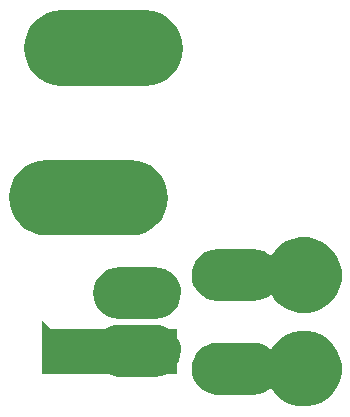
<source format=gts>
G04 #@! TF.FileFunction,Soldermask,Top*
%FSLAX46Y46*%
G04 Gerber Fmt 4.6, Leading zero omitted, Abs format (unit mm)*
G04 Created by KiCad (PCBNEW 4.0.7) date 04/08/19 10:03:47*
%MOMM*%
%LPD*%
G01*
G04 APERTURE LIST*
%ADD10C,0.100000*%
G04 APERTURE END LIST*
D10*
G36*
X220477910Y-85371926D02*
X221092645Y-85498113D01*
X221671164Y-85741301D01*
X222191433Y-86092225D01*
X222633625Y-86537515D01*
X222980909Y-87060220D01*
X223220051Y-87640422D01*
X223341771Y-88255155D01*
X223341771Y-88255184D01*
X223341937Y-88256024D01*
X223331928Y-88972807D01*
X223331738Y-88973642D01*
X223331738Y-88973666D01*
X223192899Y-89584769D01*
X222937651Y-90158064D01*
X222575909Y-90670866D01*
X222121451Y-91103640D01*
X221591591Y-91439901D01*
X221006511Y-91666838D01*
X220388491Y-91775811D01*
X219761071Y-91762669D01*
X219148159Y-91627912D01*
X218573094Y-91376671D01*
X218057778Y-91018518D01*
X217621842Y-90567092D01*
X217443194Y-90289884D01*
X217420170Y-90263292D01*
X217390649Y-90244168D01*
X217356969Y-90234026D01*
X217321797Y-90233668D01*
X217287917Y-90243123D01*
X217260472Y-90259902D01*
X217085964Y-90402227D01*
X216706858Y-90603801D01*
X216295819Y-90727901D01*
X215868503Y-90769800D01*
X212832537Y-90769800D01*
X212807054Y-90769622D01*
X212807048Y-90769621D01*
X212801980Y-90769586D01*
X212375291Y-90721725D01*
X211966025Y-90591898D01*
X211589770Y-90385050D01*
X211260857Y-90109059D01*
X210991816Y-89774439D01*
X210792893Y-89393935D01*
X210671665Y-88982039D01*
X210671658Y-88981960D01*
X210671649Y-88981930D01*
X210632745Y-88554442D01*
X210677614Y-88127551D01*
X210677620Y-88127531D01*
X210677631Y-88127429D01*
X210804598Y-87717266D01*
X211008814Y-87339576D01*
X211282502Y-87008744D01*
X211615236Y-86737373D01*
X211994342Y-86535799D01*
X212405381Y-86411699D01*
X212832697Y-86369800D01*
X215868663Y-86369800D01*
X215894146Y-86369978D01*
X215894152Y-86369979D01*
X215899220Y-86370014D01*
X216325909Y-86417875D01*
X216735175Y-86547702D01*
X217111430Y-86754550D01*
X217257747Y-86877324D01*
X217286350Y-86895137D01*
X217320206Y-86904676D01*
X217355379Y-86904406D01*
X217389084Y-86894347D01*
X217418653Y-86875296D01*
X217439980Y-86851409D01*
X217678592Y-86502924D01*
X218126962Y-86063848D01*
X218652077Y-85720223D01*
X219233934Y-85485138D01*
X219850373Y-85367546D01*
X220477910Y-85371926D01*
X220477910Y-85371926D01*
G37*
G36*
X198404372Y-84888286D02*
X198718938Y-85183192D01*
X198747729Y-85203399D01*
X198781009Y-85214786D01*
X198804431Y-85217000D01*
X203246714Y-85217000D01*
X203281538Y-85212051D01*
X203302591Y-85203507D01*
X203663142Y-85011799D01*
X204074181Y-84887699D01*
X204501497Y-84845800D01*
X207537463Y-84845800D01*
X207562946Y-84845978D01*
X207562952Y-84845979D01*
X207568020Y-84846014D01*
X207994709Y-84893875D01*
X208403975Y-85023702D01*
X208728850Y-85202304D01*
X208759726Y-85213978D01*
X208787044Y-85217000D01*
X209423000Y-85217000D01*
X209423000Y-85896313D01*
X209427949Y-85931137D01*
X209436997Y-85953659D01*
X209577107Y-86221665D01*
X209698335Y-86633561D01*
X209698342Y-86633640D01*
X209698351Y-86633670D01*
X209737255Y-87061158D01*
X209692386Y-87488049D01*
X209692380Y-87488069D01*
X209692369Y-87488171D01*
X209565402Y-87898334D01*
X209437886Y-88134171D01*
X209425834Y-88166730D01*
X209423000Y-88193196D01*
X209423000Y-89027000D01*
X208505464Y-89027000D01*
X208470640Y-89031949D01*
X208449583Y-89040495D01*
X208375658Y-89079801D01*
X207964619Y-89203901D01*
X207537303Y-89245800D01*
X204501337Y-89245800D01*
X204475854Y-89245622D01*
X204475848Y-89245621D01*
X204470780Y-89245586D01*
X204044091Y-89197725D01*
X203634825Y-89067898D01*
X203587165Y-89041697D01*
X203556288Y-89030022D01*
X203528970Y-89027000D01*
X197942200Y-89027000D01*
X197942200Y-84455000D01*
X198404372Y-84888286D01*
X198404372Y-84888286D01*
G37*
G36*
X207562946Y-79969178D02*
X207562952Y-79969179D01*
X207568020Y-79969214D01*
X207994709Y-80017075D01*
X208403975Y-80146902D01*
X208780230Y-80353750D01*
X209109143Y-80629741D01*
X209378184Y-80964361D01*
X209577107Y-81344865D01*
X209698335Y-81756761D01*
X209698342Y-81756840D01*
X209698351Y-81756870D01*
X209737255Y-82184358D01*
X209692386Y-82611249D01*
X209692380Y-82611269D01*
X209692369Y-82611371D01*
X209565402Y-83021534D01*
X209361186Y-83399224D01*
X209087498Y-83730056D01*
X208754764Y-84001427D01*
X208375658Y-84203001D01*
X207964619Y-84327101D01*
X207537303Y-84369000D01*
X204501337Y-84369000D01*
X204475854Y-84368822D01*
X204475848Y-84368821D01*
X204470780Y-84368786D01*
X204044091Y-84320925D01*
X203634825Y-84191098D01*
X203258570Y-83984250D01*
X202929657Y-83708259D01*
X202660616Y-83373639D01*
X202461693Y-82993135D01*
X202340465Y-82581239D01*
X202340458Y-82581160D01*
X202340449Y-82581130D01*
X202301545Y-82153642D01*
X202346414Y-81726751D01*
X202346420Y-81726731D01*
X202346431Y-81726629D01*
X202473398Y-81316466D01*
X202677614Y-80938776D01*
X202951302Y-80607944D01*
X203284036Y-80336573D01*
X203663142Y-80134999D01*
X204074181Y-80010899D01*
X204501497Y-79969000D01*
X207537463Y-79969000D01*
X207562946Y-79969178D01*
X207562946Y-79969178D01*
G37*
G36*
X220477910Y-77447126D02*
X221092645Y-77573313D01*
X221671164Y-77816501D01*
X222191433Y-78167425D01*
X222633625Y-78612715D01*
X222980909Y-79135420D01*
X223220051Y-79715622D01*
X223341771Y-80330355D01*
X223341771Y-80330384D01*
X223341937Y-80331224D01*
X223331928Y-81048007D01*
X223331738Y-81048842D01*
X223331738Y-81048866D01*
X223192899Y-81659969D01*
X222937651Y-82233264D01*
X222575909Y-82746066D01*
X222121451Y-83178840D01*
X221591591Y-83515101D01*
X221006511Y-83742038D01*
X220388491Y-83851011D01*
X219761071Y-83837869D01*
X219148159Y-83703112D01*
X218573094Y-83451871D01*
X218057778Y-83093718D01*
X217621842Y-82642292D01*
X217443194Y-82365084D01*
X217420170Y-82338492D01*
X217390649Y-82319368D01*
X217356969Y-82309226D01*
X217321797Y-82308868D01*
X217287917Y-82318323D01*
X217260472Y-82335102D01*
X217085964Y-82477427D01*
X216706858Y-82679001D01*
X216295819Y-82803101D01*
X215868503Y-82845000D01*
X212832537Y-82845000D01*
X212807054Y-82844822D01*
X212807048Y-82844821D01*
X212801980Y-82844786D01*
X212375291Y-82796925D01*
X211966025Y-82667098D01*
X211589770Y-82460250D01*
X211260857Y-82184259D01*
X210991816Y-81849639D01*
X210792893Y-81469135D01*
X210671665Y-81057239D01*
X210671658Y-81057160D01*
X210671649Y-81057130D01*
X210632745Y-80629642D01*
X210677614Y-80202751D01*
X210677620Y-80202731D01*
X210677631Y-80202629D01*
X210804598Y-79792466D01*
X211008814Y-79414776D01*
X211282502Y-79083944D01*
X211615236Y-78812573D01*
X211994342Y-78610999D01*
X212405381Y-78486899D01*
X212832697Y-78445000D01*
X215868663Y-78445000D01*
X215894146Y-78445178D01*
X215894152Y-78445179D01*
X215899220Y-78445214D01*
X216325909Y-78493075D01*
X216735175Y-78622902D01*
X217111430Y-78829750D01*
X217257747Y-78952524D01*
X217286350Y-78970337D01*
X217320206Y-78979876D01*
X217355379Y-78979606D01*
X217389084Y-78969547D01*
X217418653Y-78950496D01*
X217439980Y-78926609D01*
X217678592Y-78578124D01*
X218126962Y-78139048D01*
X218652077Y-77795423D01*
X219233934Y-77560338D01*
X219850373Y-77442746D01*
X220477910Y-77447126D01*
X220477910Y-77447126D01*
G37*
G36*
X205476624Y-70892075D02*
X205476639Y-70892077D01*
X205481697Y-70892112D01*
X206102335Y-70961728D01*
X206697632Y-71150567D01*
X207244912Y-71451437D01*
X207723331Y-71852877D01*
X208114664Y-72339598D01*
X208404006Y-72893059D01*
X208580337Y-73492180D01*
X208580344Y-73492259D01*
X208580353Y-73492289D01*
X208636946Y-74114140D01*
X208571677Y-74735126D01*
X208571669Y-74735151D01*
X208571659Y-74735249D01*
X208386980Y-75331850D01*
X208089938Y-75881217D01*
X207691847Y-76362426D01*
X207207871Y-76757148D01*
X206656443Y-77050347D01*
X206058568Y-77230856D01*
X205437018Y-77291800D01*
X198372019Y-77291800D01*
X198332576Y-77291525D01*
X198332561Y-77291523D01*
X198327503Y-77291488D01*
X197706865Y-77221872D01*
X197111568Y-77033033D01*
X196564288Y-76732163D01*
X196085869Y-76330723D01*
X195694536Y-75844002D01*
X195405194Y-75290541D01*
X195228863Y-74691420D01*
X195228856Y-74691341D01*
X195228847Y-74691311D01*
X195172254Y-74069460D01*
X195237523Y-73448474D01*
X195237531Y-73448449D01*
X195237541Y-73448351D01*
X195422220Y-72851750D01*
X195719262Y-72302383D01*
X196117353Y-71821174D01*
X196601329Y-71426452D01*
X197152757Y-71133253D01*
X197750632Y-70952744D01*
X198372182Y-70891800D01*
X205437181Y-70891800D01*
X205476624Y-70892075D01*
X205476624Y-70892075D01*
G37*
G36*
X206746624Y-58242875D02*
X206746639Y-58242877D01*
X206751697Y-58242912D01*
X207372335Y-58312528D01*
X207967632Y-58501367D01*
X208514912Y-58802237D01*
X208993331Y-59203677D01*
X209384664Y-59690398D01*
X209674006Y-60243859D01*
X209850337Y-60842980D01*
X209850344Y-60843059D01*
X209850353Y-60843089D01*
X209906946Y-61464940D01*
X209841677Y-62085926D01*
X209841669Y-62085951D01*
X209841659Y-62086049D01*
X209656980Y-62682650D01*
X209359938Y-63232017D01*
X208961847Y-63713226D01*
X208477871Y-64107948D01*
X207926443Y-64401147D01*
X207328568Y-64581656D01*
X206707018Y-64642600D01*
X199642019Y-64642600D01*
X199602576Y-64642325D01*
X199602561Y-64642323D01*
X199597503Y-64642288D01*
X198976865Y-64572672D01*
X198381568Y-64383833D01*
X197834288Y-64082963D01*
X197355869Y-63681523D01*
X196964536Y-63194802D01*
X196675194Y-62641341D01*
X196498863Y-62042220D01*
X196498856Y-62042141D01*
X196498847Y-62042111D01*
X196442254Y-61420260D01*
X196507523Y-60799274D01*
X196507531Y-60799249D01*
X196507541Y-60799151D01*
X196692220Y-60202550D01*
X196989262Y-59653183D01*
X197387353Y-59171974D01*
X197871329Y-58777252D01*
X198422757Y-58484053D01*
X199020632Y-58303544D01*
X199642182Y-58242600D01*
X206707181Y-58242600D01*
X206746624Y-58242875D01*
X206746624Y-58242875D01*
G37*
M02*

</source>
